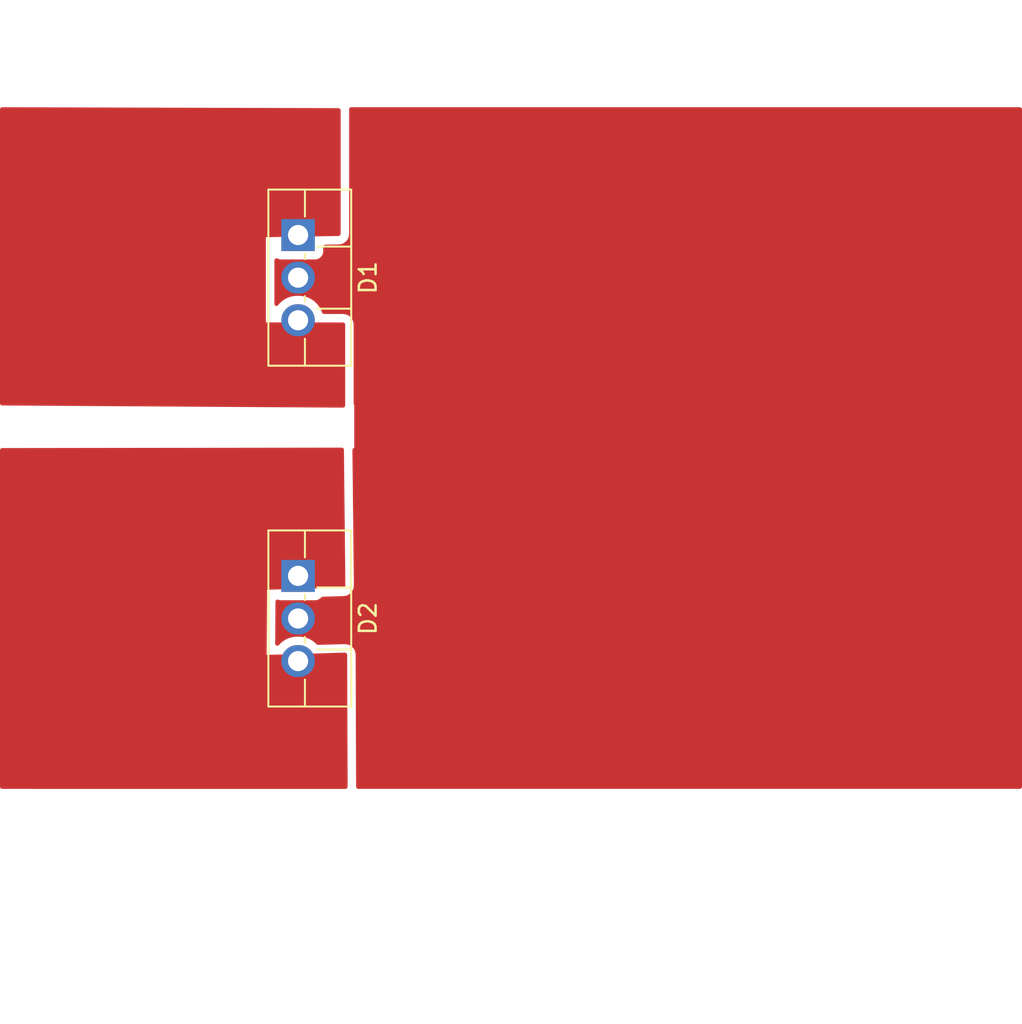
<source format=kicad_pcb>
(kicad_pcb (version 20240108) (generator "pcbnew") (generator_version "8.0")
  (layers (0 "F.Cu" signal) (31 "B.Cu" signal) (34 "B.Paste" user) (35 "F.Paste" user) (36 "B.SilkS" user "B.Silkscreen") (37 "F.SilkS" user "F.Silkscreen") (38 "B.Mask" user) (39 "F.Mask" user) (44 "Edge.Cuts" user))
  (net 0 "")
  (net 1 "Moteur")
  (net 2 "Batt_SW_Décharge_1")
  (net 3 "Batt_SW_Décharge_2")
  (footprint "Package_TO_SOT_THT:TO-220F-3_Vertical" (layer "F.Cu") (at 137.16 73.66 -90)
    (property "Reference" "D2" (at 2.54 -4.1675 90) (layer "F.SilkS"))
    (property "Value" "D_Schottky_Dual_CommonCathode_AKA_Parallel (MBRF30100CT)")
    (fp_line (start -2.71 1.773) (end 7.79 1.773) (stroke (width 0.12)) (layer "F.SilkS"))
    (fp_line (start -2.71 -0.408) (end -1.103 -0.408) (stroke (width 0.12)) (layer "F.SilkS"))
    (fp_line (start 1.103 -0.408) (end 1.438 -0.408) (stroke (width 0.12)) (layer "F.SilkS"))
    (fp_line (start 3.643 -0.408) (end 3.978 -0.408) (stroke (width 0.12)) (layer "F.SilkS"))
    (fp_line (start 6.183 -0.408) (end 7.79 -0.408) (stroke (width 0.12)) (layer "F.SilkS"))
    (fp_line (start -2.71 -3.168) (end -2.71 1.773) (stroke (width 0.12)) (layer "F.SilkS"))
    (fp_line (start -2.71 -3.168) (end 7.79 -3.168) (stroke (width 0.12)) (layer "F.SilkS"))
    (fp_line (start 0.69 -3.168) (end 0.69 -1.15) (stroke (width 0.12)) (layer "F.SilkS"))
    (fp_line (start 4.391 -3.168) (end 4.391 -1.15) (stroke (width 0.12)) (layer "F.SilkS"))
    (fp_line (start 7.79 -3.168) (end 7.79 1.773) (stroke (width 0.12)) (layer "F.SilkS"))
    (pad "1" thru_hole rect (at 0 0 270) (size 1.905 2) (drill 1.2) (layers "*.Cu" "*.Mask") (net 3 "Batt_SW_Décharge_2"))
    (pad "2" thru_hole oval (at 2.54 0 270) (size 1.905 2) (drill 1.2) (layers "*.Cu" "*.Mask") (net 1 "Moteur"))
    (pad "3" thru_hole oval (at 5.08 0 270) (size 1.905 2) (drill 1.2) (layers "*.Cu" "*.Mask") (net 3 "Batt_SW_Décharge_2"))
  )
  (footprint "Package_TO_SOT_THT:TO-220F-3_Vertical" (layer "F.Cu") (at 137.16 53.34 -90)
    (property "Reference" "D1" (at 2.54 -4.1675 90) (layer "F.SilkS"))
    (property "Value" "D_Schottky_Dual_CommonCathode_AKA_Parallel (MBRF30100CT)")
    (fp_line (start -2.71 1.773) (end 7.79 1.773) (stroke (width 0.12)) (layer "F.SilkS"))
    (fp_line (start -2.71 -0.408) (end -1.103 -0.408) (stroke (width 0.12)) (layer "F.SilkS"))
    (fp_line (start 1.103 -0.408) (end 1.438 -0.408) (stroke (width 0.12)) (layer "F.SilkS"))
    (fp_line (start 3.643 -0.408) (end 3.978 -0.408) (stroke (width 0.12)) (layer "F.SilkS"))
    (fp_line (start 6.183 -0.408) (end 7.79 -0.408) (stroke (width 0.12)) (layer "F.SilkS"))
    (fp_line (start -2.71 -3.168) (end -2.71 1.773) (stroke (width 0.12)) (layer "F.SilkS"))
    (fp_line (start -2.71 -3.168) (end 7.79 -3.168) (stroke (width 0.12)) (layer "F.SilkS"))
    (fp_line (start 0.69 -3.168) (end 0.69 -1.15) (stroke (width 0.12)) (layer "F.SilkS"))
    (fp_line (start 4.391 -3.168) (end 4.391 -1.15) (stroke (width 0.12)) (layer "F.SilkS"))
    (fp_line (start 7.79 -3.168) (end 7.79 1.773) (stroke (width 0.12)) (layer "F.SilkS"))
    (pad "1" thru_hole rect (at 0 0 270) (size 1.905 2) (drill 1.2) (layers "*.Cu" "*.Mask") (net 2 "Batt_SW_Décharge_1"))
    (pad "2" thru_hole oval (at 2.54 0 270) (size 1.905 2) (drill 1.2) (layers "*.Cu" "*.Mask") (net 1 "Moteur"))
    (pad "3" thru_hole oval (at 5.08 0 270) (size 1.905 2) (drill 1.2) (layers "*.Cu" "*.Mask") (net 2 "Batt_SW_Décharge_1"))
  )
  (zone (net 2) (net_name "Batt_SW_Décharge_1") (layer "F.Cu") (priority 1) (connect_pads yes (clearance 0.5)) (min_thickness 0.25) (fill yes (thermal_gap 0.5) (thermal_bridge_width 0.5) (smoothing chamfer))
    (polygon (pts (xy 135.239927 58.547078) (xy 135.239927 53.467078) (xy 139.7 53.394575) (xy 139.7 45.774575) (xy 119.38 45.72) (xy 119.38 63.5) (xy 139.967603 63.631561) (xy 139.967603 58.551561)))
  )
  (zone (net 3) (net_name "Batt_SW_Décharge_2") (layer "F.Cu") (priority 2) (connect_pads yes (clearance 0.5)) (min_thickness 0.25) (fill yes (thermal_gap 0.5) (thermal_bridge_width 0.5) (smoothing chamfer))
    (polygon (pts (xy 119.38 66.04) (xy 139.89327 66.014338) (xy 139.982471 74.356914) (xy 135.309896 74.484761) (xy 135.283466 78.369979) (xy 140.086539 78.231273) (xy 140.116273 86.36082) (xy 119.38 86.36)))
  )
  (zone (net 1) (net_name "Moteur") (layer "F.Cu") (connect_pads yes (clearance 0.5)) (min_thickness 0.25) (fill yes (thermal_gap 0.5) (thermal_bridge_width 0.5) (smoothing chamfer))
    (polygon (pts (xy 132.08 45.72) (xy 132.08 63.5) (xy 140.510522 63.486895) (xy 140.510522 66.026895) (xy 132.08 66.04) (xy 132.08 86.36) (xy 180.34 86.36) (xy 180.34 45.72)))
  )
)
</source>
